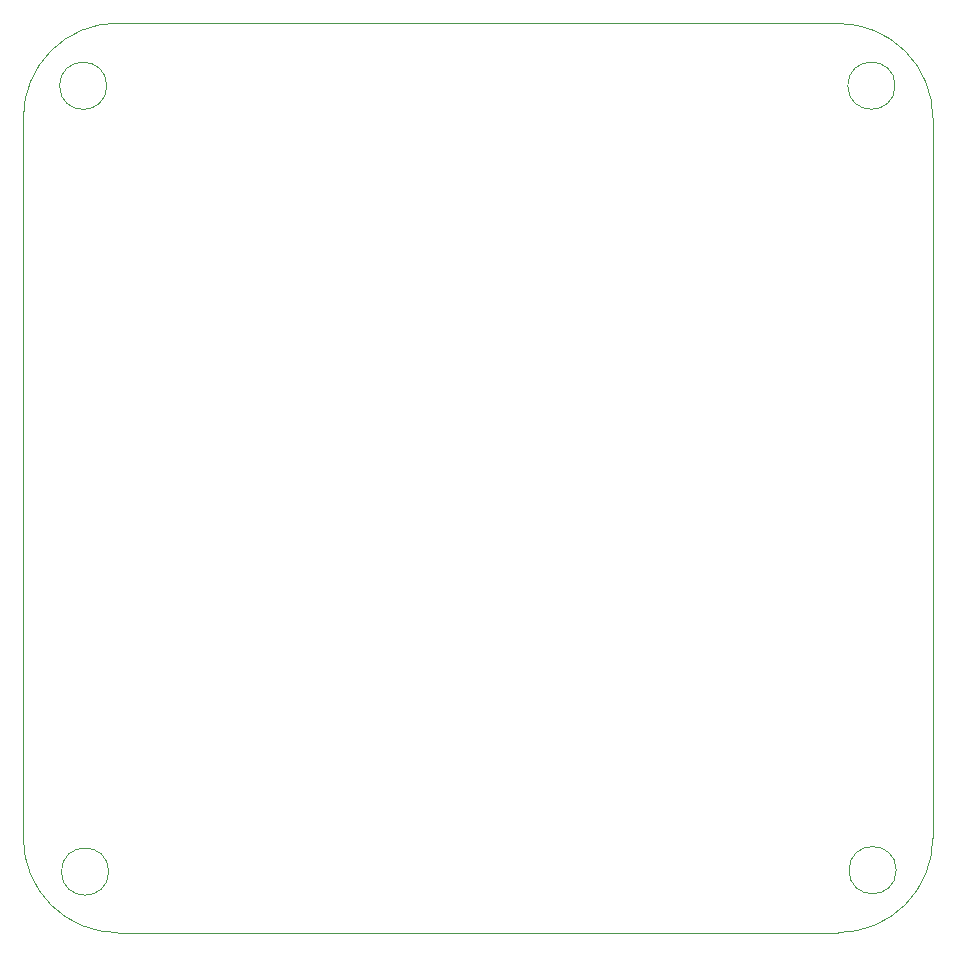
<source format=gbr>
%TF.GenerationSoftware,KiCad,Pcbnew,7.0.10*%
%TF.CreationDate,2024-11-11T15:21:43+02:00*%
%TF.ProjectId,Elektroniikkapaja-vastaanotin,456c656b-7472-46f6-9e69-696b6b617061,rev?*%
%TF.SameCoordinates,Original*%
%TF.FileFunction,Profile,NP*%
%FSLAX46Y46*%
G04 Gerber Fmt 4.6, Leading zero omitted, Abs format (unit mm)*
G04 Created by KiCad (PCBNEW 7.0.10) date 2024-11-11 15:21:43*
%MOMM*%
%LPD*%
G01*
G04 APERTURE LIST*
%TA.AperFunction,Profile*%
%ADD10C,0.100000*%
%TD*%
G04 APERTURE END LIST*
D10*
X222505012Y-57159587D02*
G75*
G03*
X214501445Y-49169599I-7990012J-13D01*
G01*
X153503560Y-126144998D02*
X214505418Y-126135010D01*
X145504584Y-57133560D02*
X145499995Y-118155010D01*
X153494572Y-49129973D02*
G75*
G03*
X145504585Y-57133560I28J-7990027D01*
G01*
X153494572Y-49129995D02*
X214501445Y-49169599D01*
X222505010Y-57159587D02*
X222495406Y-118131445D01*
X152559995Y-54445010D02*
G75*
G03*
X148559995Y-54445010I-2000000J0D01*
G01*
X148559995Y-54445010D02*
G75*
G03*
X152559995Y-54445010I2000000J0D01*
G01*
X214505418Y-126135017D02*
G75*
G03*
X222495406Y-118131445I-18J7990017D01*
G01*
X152719995Y-120975010D02*
G75*
G03*
X148719995Y-120975010I-2000000J0D01*
G01*
X148719995Y-120975010D02*
G75*
G03*
X152719995Y-120975010I2000000J0D01*
G01*
X219299995Y-54435010D02*
G75*
G03*
X215299995Y-54435010I-2000000J0D01*
G01*
X215299995Y-54435010D02*
G75*
G03*
X219299995Y-54435010I2000000J0D01*
G01*
X145499992Y-118155010D02*
G75*
G03*
X153503560Y-126144996I7990008J10D01*
G01*
X219399995Y-120855010D02*
G75*
G03*
X215399995Y-120855010I-2000000J0D01*
G01*
X215399995Y-120855010D02*
G75*
G03*
X219399995Y-120855010I2000000J0D01*
G01*
M02*

</source>
